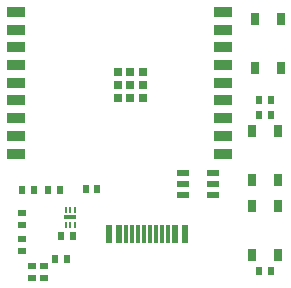
<source format=gtp>
G04*
G04 #@! TF.GenerationSoftware,Altium Limited,Altium Designer,24.4.1 (13)*
G04*
G04 Layer_Color=8421504*
%FSLAX44Y44*%
%MOMM*%
G71*
G04*
G04 #@! TF.SameCoordinates,CC372D61-D2D5-4D84-A055-2445D59649BF*
G04*
G04*
G04 #@! TF.FilePolarity,Positive*
G04*
G01*
G75*
%ADD15R,0.7000X0.7000*%
%ADD16R,1.5000X0.9000*%
%ADD17R,1.0500X0.5500*%
%ADD18R,0.6000X1.5000*%
%ADD19R,0.3000X1.5000*%
%ADD20R,0.6000X0.7000*%
%ADD21R,0.7000X0.6000*%
%ADD22R,0.6500X1.0500*%
%ADD23R,0.2000X0.6000*%
%ADD24R,0.9900X0.3500*%
D15*
X847000Y754000D02*
D03*
X836000D02*
D03*
X825000D02*
D03*
Y765000D02*
D03*
Y776000D02*
D03*
X836000D02*
D03*
X847000D02*
D03*
Y765000D02*
D03*
X836000D02*
D03*
D16*
X913900Y827000D02*
D03*
Y812000D02*
D03*
Y797000D02*
D03*
Y782000D02*
D03*
Y767000D02*
D03*
Y752000D02*
D03*
Y737000D02*
D03*
Y722000D02*
D03*
Y707000D02*
D03*
X738900D02*
D03*
Y722000D02*
D03*
Y737000D02*
D03*
Y752000D02*
D03*
Y767000D02*
D03*
Y782000D02*
D03*
Y797000D02*
D03*
Y812000D02*
D03*
Y827000D02*
D03*
D17*
X880500Y671500D02*
D03*
Y681000D02*
D03*
Y690500D02*
D03*
X905500D02*
D03*
Y681000D02*
D03*
Y671500D02*
D03*
D18*
X826000Y638500D02*
D03*
X818000D02*
D03*
X882000D02*
D03*
X874000D02*
D03*
D19*
X832500D02*
D03*
X837500D02*
D03*
X842500D02*
D03*
X867500D02*
D03*
X862500D02*
D03*
X857500D02*
D03*
X852500D02*
D03*
X847500D02*
D03*
D20*
X766500Y676500D02*
D03*
X776500D02*
D03*
X772000Y618000D02*
D03*
X782000D02*
D03*
X945000Y740000D02*
D03*
X955000D02*
D03*
X945000Y752500D02*
D03*
X955000D02*
D03*
X744500Y676500D02*
D03*
X754500D02*
D03*
X955000Y607500D02*
D03*
X945000D02*
D03*
X808000Y677000D02*
D03*
X798000D02*
D03*
X777000Y637000D02*
D03*
X787000D02*
D03*
D21*
X744500Y646500D02*
D03*
Y656500D02*
D03*
Y634500D02*
D03*
Y624500D02*
D03*
X753000Y602000D02*
D03*
Y612000D02*
D03*
X763000Y602000D02*
D03*
Y612000D02*
D03*
D22*
X963250Y820750D02*
D03*
Y779250D02*
D03*
X941750Y820750D02*
D03*
Y779250D02*
D03*
X960750Y725750D02*
D03*
Y684250D02*
D03*
X939250Y725750D02*
D03*
Y684250D02*
D03*
Y621250D02*
D03*
Y662750D02*
D03*
X960750Y621250D02*
D03*
Y662750D02*
D03*
D23*
X789000Y659500D02*
D03*
X785000D02*
D03*
X781000D02*
D03*
Y646500D02*
D03*
X785000D02*
D03*
X789000D02*
D03*
D24*
X785000Y653000D02*
D03*
M02*

</source>
